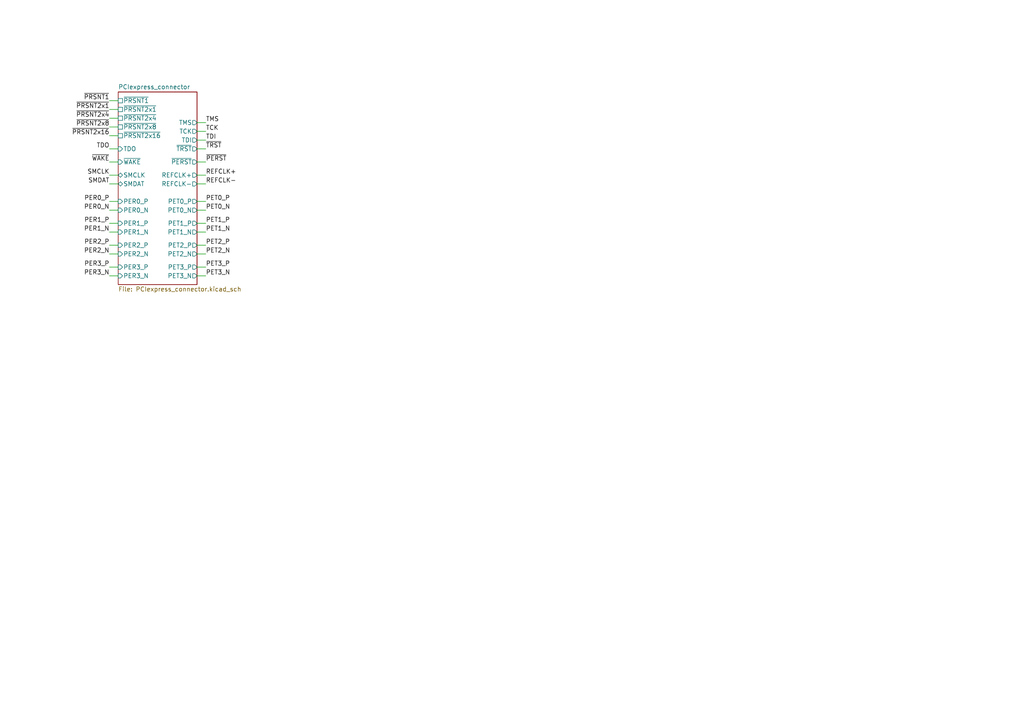
<source format=kicad_sch>
(kicad_sch
	(version 20250114)
	(generator "eeschema")
	(generator_version "9.0")
	(uuid "b1aa2a0c-f427-4789-8d8c-79113e4e0c38")
	(paper "A4")
	(title_block
		(title "PCIexpress_x4_half")
		(company "Author: Luca Anastasio")
	)
	(lib_symbols)
	(wire
		(pts
			(xy 31.75 64.77) (xy 34.29 64.77)
		)
		(stroke
			(width 0)
			(type default)
		)
		(uuid "01bc01c8-6b7d-43cc-8b8c-2ae4871a5f8c")
	)
	(wire
		(pts
			(xy 57.15 58.42) (xy 59.69 58.42)
		)
		(stroke
			(width 0)
			(type default)
		)
		(uuid "05f69fa1-371a-4182-a638-2e4c86360c1e")
	)
	(wire
		(pts
			(xy 57.15 40.64) (xy 59.69 40.64)
		)
		(stroke
			(width 0)
			(type default)
		)
		(uuid "13ce491d-9626-474f-b6b9-4884d1f4ce11")
	)
	(wire
		(pts
			(xy 57.15 38.1) (xy 59.69 38.1)
		)
		(stroke
			(width 0)
			(type default)
		)
		(uuid "1a1ae804-cb3c-4d3a-be61-584702041e19")
	)
	(wire
		(pts
			(xy 31.75 80.01) (xy 34.29 80.01)
		)
		(stroke
			(width 0)
			(type default)
		)
		(uuid "1e5c266d-b3fb-433e-b99b-71f396282d0f")
	)
	(wire
		(pts
			(xy 31.75 67.31) (xy 34.29 67.31)
		)
		(stroke
			(width 0)
			(type default)
		)
		(uuid "2c12a71e-48a5-439a-adcb-b3e6c114bfc5")
	)
	(wire
		(pts
			(xy 31.75 60.96) (xy 34.29 60.96)
		)
		(stroke
			(width 0)
			(type default)
		)
		(uuid "355b5cf0-38a0-4610-8c89-f1a7074b5785")
	)
	(wire
		(pts
			(xy 31.75 53.34) (xy 34.29 53.34)
		)
		(stroke
			(width 0)
			(type default)
		)
		(uuid "3b66af9a-5c79-4b14-9b60-f880294d9c3c")
	)
	(wire
		(pts
			(xy 57.15 53.34) (xy 59.69 53.34)
		)
		(stroke
			(width 0)
			(type default)
		)
		(uuid "3e3f6d9e-3226-4e59-afcb-607c53cc33f3")
	)
	(wire
		(pts
			(xy 57.15 71.12) (xy 59.69 71.12)
		)
		(stroke
			(width 0)
			(type default)
		)
		(uuid "3f7c4b5b-fbeb-4413-9928-be892e58c38a")
	)
	(wire
		(pts
			(xy 31.75 29.21) (xy 34.29 29.21)
		)
		(stroke
			(width 0)
			(type default)
		)
		(uuid "40f0dcfe-1141-4fd0-be57-c906e292a015")
	)
	(wire
		(pts
			(xy 57.15 77.47) (xy 59.69 77.47)
		)
		(stroke
			(width 0)
			(type default)
		)
		(uuid "4e492598-8b80-49c9-a016-7d1051921779")
	)
	(wire
		(pts
			(xy 57.15 60.96) (xy 59.69 60.96)
		)
		(stroke
			(width 0)
			(type default)
		)
		(uuid "6df9e615-9baf-419d-b585-fc998ebf481a")
	)
	(wire
		(pts
			(xy 57.15 67.31) (xy 59.69 67.31)
		)
		(stroke
			(width 0)
			(type default)
		)
		(uuid "75f701ce-e091-4435-b41d-bd99c5a78193")
	)
	(wire
		(pts
			(xy 31.75 36.83) (xy 34.29 36.83)
		)
		(stroke
			(width 0)
			(type default)
		)
		(uuid "75fbd62a-9f0b-47a5-9ccb-28b3d1ce5667")
	)
	(wire
		(pts
			(xy 57.15 64.77) (xy 59.69 64.77)
		)
		(stroke
			(width 0)
			(type default)
		)
		(uuid "7bae2447-5ab7-4057-8ea0-51935a3b8318")
	)
	(wire
		(pts
			(xy 31.75 34.29) (xy 34.29 34.29)
		)
		(stroke
			(width 0)
			(type default)
		)
		(uuid "7eecc5bf-927f-46f8-9e7c-f1ec514da36d")
	)
	(wire
		(pts
			(xy 31.75 39.37) (xy 34.29 39.37)
		)
		(stroke
			(width 0)
			(type default)
		)
		(uuid "82a0f411-a8e9-4114-9e52-cc6eb5eadaeb")
	)
	(wire
		(pts
			(xy 57.15 50.8) (xy 59.69 50.8)
		)
		(stroke
			(width 0)
			(type default)
		)
		(uuid "88bf7ea0-4f87-4e66-a8fd-14fbda2d4262")
	)
	(wire
		(pts
			(xy 57.15 80.01) (xy 59.69 80.01)
		)
		(stroke
			(width 0)
			(type default)
		)
		(uuid "8b292a2d-308e-4361-91a7-93b08c955133")
	)
	(wire
		(pts
			(xy 31.75 77.47) (xy 34.29 77.47)
		)
		(stroke
			(width 0)
			(type default)
		)
		(uuid "93788c15-c5ed-4b04-878b-3602c2debc0b")
	)
	(wire
		(pts
			(xy 31.75 46.99) (xy 34.29 46.99)
		)
		(stroke
			(width 0)
			(type default)
		)
		(uuid "a3d9c980-ad73-473d-b579-86c6257f7eb0")
	)
	(wire
		(pts
			(xy 31.75 73.66) (xy 34.29 73.66)
		)
		(stroke
			(width 0)
			(type default)
		)
		(uuid "a89c86bc-2a05-4011-a17d-e5cd956fdbc5")
	)
	(wire
		(pts
			(xy 57.15 46.99) (xy 59.69 46.99)
		)
		(stroke
			(width 0)
			(type default)
		)
		(uuid "bb8f394a-75c2-4de9-8a7d-7f983ecbda8e")
	)
	(wire
		(pts
			(xy 31.75 43.18) (xy 34.29 43.18)
		)
		(stroke
			(width 0)
			(type default)
		)
		(uuid "bc02788a-de09-48cd-a6f7-cab6603e14b9")
	)
	(wire
		(pts
			(xy 31.75 71.12) (xy 34.29 71.12)
		)
		(stroke
			(width 0)
			(type default)
		)
		(uuid "c6e3ebb3-6979-4375-8418-671ae4b4ae26")
	)
	(wire
		(pts
			(xy 57.15 73.66) (xy 59.69 73.66)
		)
		(stroke
			(width 0)
			(type default)
		)
		(uuid "cf72c368-6c25-43d6-a069-cdc9f6e55740")
	)
	(wire
		(pts
			(xy 57.15 35.56) (xy 59.69 35.56)
		)
		(stroke
			(width 0)
			(type default)
		)
		(uuid "e6ce9aca-b462-4672-be7c-3d850481879f")
	)
	(wire
		(pts
			(xy 31.75 31.75) (xy 34.29 31.75)
		)
		(stroke
			(width 0)
			(type default)
		)
		(uuid "ebc25907-0a97-4138-8f74-f5d43c01e7f9")
	)
	(wire
		(pts
			(xy 57.15 43.18) (xy 59.69 43.18)
		)
		(stroke
			(width 0)
			(type default)
		)
		(uuid "ebeebd57-33d1-43cf-aa74-6520c9bee04b")
	)
	(wire
		(pts
			(xy 31.75 50.8) (xy 34.29 50.8)
		)
		(stroke
			(width 0)
			(type default)
		)
		(uuid "ecbbaa0e-22d3-4e5e-9d3b-bce0423c9ffc")
	)
	(wire
		(pts
			(xy 31.75 58.42) (xy 34.29 58.42)
		)
		(stroke
			(width 0)
			(type default)
		)
		(uuid "f8e35cef-b8de-44bf-a7e4-778c2382ddca")
	)
	(label "PER2_P"
		(at 31.75 71.12 180)
		(effects
			(font
				(size 1.27 1.27)
			)
			(justify right bottom)
		)
		(uuid "1a864066-16d5-4ca2-8594-b905b29fb2d8")
	)
	(label "PER0_P"
		(at 31.75 58.42 180)
		(effects
			(font
				(size 1.27 1.27)
			)
			(justify right bottom)
		)
		(uuid "1f55950c-c9fe-4225-aa55-d909e8c72c34")
	)
	(label "REFCLK-"
		(at 59.69 53.34 0)
		(effects
			(font
				(size 1.27 1.27)
			)
			(justify left bottom)
		)
		(uuid "34151045-efcb-4455-9e9a-818abc34e1e0")
	)
	(label "PET0_P"
		(at 59.69 58.42 0)
		(effects
			(font
				(size 1.27 1.27)
			)
			(justify left bottom)
		)
		(uuid "3a632273-a630-48c6-a2ef-608f5465de98")
	)
	(label "PET1_N"
		(at 59.69 67.31 0)
		(effects
			(font
				(size 1.27 1.27)
			)
			(justify left bottom)
		)
		(uuid "3e15b709-30d7-408f-84a1-e0fe0ca6f77c")
	)
	(label "PET2_N"
		(at 59.69 73.66 0)
		(effects
			(font
				(size 1.27 1.27)
			)
			(justify left bottom)
		)
		(uuid "3fe6c6e8-7c0e-4e6b-9513-7452ab32743d")
	)
	(label "~{WAKE}"
		(at 31.75 46.99 180)
		(effects
			(font
				(size 1.27 1.27)
			)
			(justify right bottom)
		)
		(uuid "41a19306-af69-4074-808b-9e0883bff524")
	)
	(label "PET1_P"
		(at 59.69 64.77 0)
		(effects
			(font
				(size 1.27 1.27)
			)
			(justify left bottom)
		)
		(uuid "4b171f2e-d346-452f-9a86-af77134227c7")
	)
	(label "PER3_N"
		(at 31.75 80.01 180)
		(effects
			(font
				(size 1.27 1.27)
			)
			(justify right bottom)
		)
		(uuid "5f3ad790-1774-42c0-a7cd-bc49c5bff722")
	)
	(label "TDO"
		(at 31.75 43.18 180)
		(effects
			(font
				(size 1.27 1.27)
			)
			(justify right bottom)
		)
		(uuid "63914d79-b92f-4ebe-9da2-be14ecc412fd")
	)
	(label "PET3_P"
		(at 59.69 77.47 0)
		(effects
			(font
				(size 1.27 1.27)
			)
			(justify left bottom)
		)
		(uuid "69c6dc3a-9f01-418b-9139-3b07d74dcc34")
	)
	(label "~{PRSNT2x16}"
		(at 31.75 39.37 180)
		(effects
			(font
				(size 1.27 1.27)
			)
			(justify right bottom)
		)
		(uuid "716828bd-1ed6-463b-b12c-59f93e00ec47")
	)
	(label "PET3_N"
		(at 59.69 80.01 0)
		(effects
			(font
				(size 1.27 1.27)
			)
			(justify left bottom)
		)
		(uuid "73c30e22-30a1-4be5-b7c6-da0b159caf58")
	)
	(label "TMS"
		(at 59.69 35.56 0)
		(effects
			(font
				(size 1.27 1.27)
			)
			(justify left bottom)
		)
		(uuid "742483e4-5cc2-4e77-b765-5370a0ca02b1")
	)
	(label "REFCLK+"
		(at 59.69 50.8 0)
		(effects
			(font
				(size 1.27 1.27)
			)
			(justify left bottom)
		)
		(uuid "79a965c3-263a-44eb-ae92-8113e26807cb")
	)
	(label "TCK"
		(at 59.69 38.1 0)
		(effects
			(font
				(size 1.27 1.27)
			)
			(justify left bottom)
		)
		(uuid "7d7badec-a775-470f-968c-1da428d5862e")
	)
	(label "TDI"
		(at 59.69 40.64 0)
		(effects
			(font
				(size 1.27 1.27)
			)
			(justify left bottom)
		)
		(uuid "8894960f-a71d-4098-93b5-b5c5745693e3")
	)
	(label "PER0_N"
		(at 31.75 60.96 180)
		(effects
			(font
				(size 1.27 1.27)
			)
			(justify right bottom)
		)
		(uuid "9bf2a1b3-3e92-4bda-8cad-916c99acbf58")
	)
	(label "PER2_N"
		(at 31.75 73.66 180)
		(effects
			(font
				(size 1.27 1.27)
			)
			(justify right bottom)
		)
		(uuid "a60b30a4-adbd-49cf-9862-629c8042817b")
	)
	(label "~{PERST}"
		(at 59.69 46.99 0)
		(effects
			(font
				(size 1.27 1.27)
			)
			(justify left bottom)
		)
		(uuid "a685aecf-1b4a-46c8-a91d-e366a15c781b")
	)
	(label "~{PRSNT2x8}"
		(at 31.75 36.83 180)
		(effects
			(font
				(size 1.27 1.27)
			)
			(justify right bottom)
		)
		(uuid "a89be590-6364-49b3-9760-ce0ea9df3be4")
	)
	(label "~{PRSNT1}"
		(at 31.75 29.21 180)
		(effects
			(font
				(size 1.27 1.27)
			)
			(justify right bottom)
		)
		(uuid "a9ad2879-7841-4c88-9d0c-b38ed5497f16")
	)
	(label "~{PRSNT2x4}"
		(at 31.75 34.29 180)
		(effects
			(font
				(size 1.27 1.27)
			)
			(justify right bottom)
		)
		(uuid "ac2f1fbb-5f87-4a4e-ba97-a8161bbd6523")
	)
	(label "PER1_N"
		(at 31.75 67.31 180)
		(effects
			(font
				(size 1.27 1.27)
			)
			(justify right bottom)
		)
		(uuid "ba64854a-3c3a-4640-8b87-75c30f6b04f9")
	)
	(label "~{PRSNT2x1}"
		(at 31.75 31.75 180)
		(effects
			(font
				(size 1.27 1.27)
			)
			(justify right bottom)
		)
		(uuid "bbc2c303-479c-4586-911a-bef786252616")
	)
	(label "PET0_N"
		(at 59.69 60.96 0)
		(effects
			(font
				(size 1.27 1.27)
			)
			(justify left bottom)
		)
		(uuid "bf040346-cac9-4768-933d-3fec523f67fa")
	)
	(label "~{TRST}"
		(at 59.69 43.18 0)
		(effects
			(font
				(size 1.27 1.27)
			)
			(justify left bottom)
		)
		(uuid "cb1f800c-4d66-481f-9b58-acad13d26920")
	)
	(label "PER3_P"
		(at 31.75 77.47 180)
		(effects
			(font
				(size 1.27 1.27)
			)
			(justify right bottom)
		)
		(uuid "cb5edc8a-89a3-4261-8a11-ed6e8082c25e")
	)
	(label "PET2_P"
		(at 59.69 71.12 0)
		(effects
			(font
				(size 1.27 1.27)
			)
			(justify left bottom)
		)
		(uuid "d858784c-cef8-4367-90e8-1f4dfb3e5369")
	)
	(label "PER1_P"
		(at 31.75 64.77 180)
		(effects
			(font
				(size 1.27 1.27)
			)
			(justify right bottom)
		)
		(uuid "decab3c4-e8b3-46df-8780-44dd43a10335")
	)
	(label "SMCLK"
		(at 31.75 50.8 180)
		(effects
			(font
				(size 1.27 1.27)
			)
			(justify right bottom)
		)
		(uuid "f3913bc5-d03a-470e-b935-2433576d4eef")
	)
	(label "SMDAT"
		(at 31.75 53.34 180)
		(effects
			(font
				(size 1.27 1.27)
			)
			(justify right bottom)
		)
		(uuid "fa7a3d2f-4b2a-499e-8690-8501b1bb84ce")
	)
	(sheet
		(at 34.29 26.67)
		(size 22.86 55.88)
		(exclude_from_sim no)
		(in_bom yes)
		(on_board yes)
		(dnp no)
		(fields_autoplaced yes)
		(stroke
			(width 0)
			(type solid)
		)
		(fill
			(color 0 0 0 0.0000)
		)
		(uuid "00000000-0000-0000-0000-00005d508b15")
		(property "Sheetname" "PCIexpress_connector"
			(at 34.29 25.9584 0)
			(effects
				(font
					(size 1.27 1.27)
				)
				(justify left bottom)
			)
		)
		(property "Sheetfile" "PCIexpress_connector.kicad_sch"
			(at 34.29 83.1346 0)
			(effects
				(font
					(size 1.27 1.27)
				)
				(justify left top)
			)
		)
		(pin "PET0_P" output
			(at 57.15 58.42 0)
			(uuid "9f9ca46d-556a-433c-81dd-d63e4ee15970")
			(effects
				(font
					(size 1.27 1.27)
				)
				(justify right)
			)
		)
		(pin "PET0_N" output
			(at 57.15 60.96 0)
			(uuid "739d1c26-a590-4ef9-8cea-20386dc41915")
			(effects
				(font
					(size 1.27 1.27)
				)
				(justify right)
			)
		)
		(pin "REFCLK+" output
			(at 57.15 50.8 0)
			(uuid "07645665-1d3f-4325-b8a5-d7b06fe7286e")
			(effects
				(font
					(size 1.27 1.27)
				)
				(justify right)
			)
		)
		(pin "REFCLK-" output
			(at 57.15 53.34 0)
			(uuid "8a6bf54f-7100-42d5-9f63-5fd8e96b306b")
			(effects
				(font
					(size 1.27 1.27)
				)
				(justify right)
			)
		)
		(pin "~{PRSNT2x16}" passive
			(at 34.29 39.37 180)
			(uuid "48bffc34-c9ec-467d-afaf-f9c0811ed00b")
			(effects
				(font
					(size 1.27 1.27)
				)
				(justify left)
			)
		)
		(pin "TDO" input
			(at 34.29 43.18 180)
			(uuid "99d6d064-400f-444e-86ee-c25f77997089")
			(effects
				(font
					(size 1.27 1.27)
				)
				(justify left)
			)
		)
		(pin "TMS" output
			(at 57.15 35.56 0)
			(uuid "16a5b607-533b-4e0c-8d75-d5f4978a0950")
			(effects
				(font
					(size 1.27 1.27)
				)
				(justify right)
			)
		)
		(pin "TDI" output
			(at 57.15 40.64 0)
			(uuid "5c99064c-88e1-4947-90e6-a527f9d7b8ac")
			(effects
				(font
					(size 1.27 1.27)
				)
				(justify right)
			)
		)
		(pin "TCK" output
			(at 57.15 38.1 0)
			(uuid "cc2ca74f-6fda-4706-b0f1-c933a2f95757")
			(effects
				(font
					(size 1.27 1.27)
				)
				(justify right)
			)
		)
		(pin "PET1_P" output
			(at 57.15 64.77 0)
			(uuid "aec4ce8b-9ca3-4e4b-a6bf-6d2bff24589c")
			(effects
				(font
					(size 1.27 1.27)
				)
				(justify right)
			)
		)
		(pin "PET1_N" output
			(at 57.15 67.31 0)
			(uuid "0c837130-b48e-4fa6-9f30-823430dc80fd")
			(effects
				(font
					(size 1.27 1.27)
				)
				(justify right)
			)
		)
		(pin "PET2_P" output
			(at 57.15 71.12 0)
			(uuid "8f4ae9f9-86ba-47fa-9f09-979b4b30f19b")
			(effects
				(font
					(size 1.27 1.27)
				)
				(justify right)
			)
		)
		(pin "PET2_N" output
			(at 57.15 73.66 0)
			(uuid "163082ae-a33a-4112-ad26-d66ae38e2df2")
			(effects
				(font
					(size 1.27 1.27)
				)
				(justify right)
			)
		)
		(pin "PET3_P" output
			(at 57.15 77.47 0)
			(uuid "05bbaf6a-6692-40d0-919e-be0ff81eb8a4")
			(effects
				(font
					(size 1.27 1.27)
				)
				(justify right)
			)
		)
		(pin "PET3_N" output
			(at 57.15 80.01 0)
			(uuid "7fe875f5-0051-4536-b4a4-69b11b94cdb4")
			(effects
				(font
					(size 1.27 1.27)
				)
				(justify right)
			)
		)
		(pin "PER1_P" input
			(at 34.29 64.77 180)
			(uuid "2b28ac1f-fb63-4d7a-9dda-58a074dc3448")
			(effects
				(font
					(size 1.27 1.27)
				)
				(justify left)
			)
		)
		(pin "PER1_N" input
			(at 34.29 67.31 180)
			(uuid "55310f73-3b40-4438-8ee7-18efd1830428")
			(effects
				(font
					(size 1.27 1.27)
				)
				(justify left)
			)
		)
		(pin "PER2_P" input
			(at 34.29 71.12 180)
			(uuid "1af8fb81-3d6f-4f96-b94f-45dc9e11f845")
			(effects
				(font
					(size 1.27 1.27)
				)
				(justify left)
			)
		)
		(pin "PER2_N" input
			(at 34.29 73.66 180)
			(uuid "6987f004-6ece-4051-9de1-fd2e7ea3f51c")
			(effects
				(font
					(size 1.27 1.27)
				)
				(justify left)
			)
		)
		(pin "PER3_P" input
			(at 34.29 77.47 180)
			(uuid "2e245c75-670e-4ef1-8987-3134200122e4")
			(effects
				(font
					(size 1.27 1.27)
				)
				(justify left)
			)
		)
		(pin "PER3_N" input
			(at 34.29 80.01 180)
			(uuid "5a565e04-6a76-43bc-9c4d-5ad1451f36ba")
			(effects
				(font
					(size 1.27 1.27)
				)
				(justify left)
			)
		)
		(pin "~{WAKE}" input
			(at 34.29 46.99 180)
			(uuid "66d7e895-bc0b-42a0-b0ef-0d40d70b3e22")
			(effects
				(font
					(size 1.27 1.27)
				)
				(justify left)
			)
		)
		(pin "~{TRST}" output
			(at 57.15 43.18 0)
			(uuid "3882bcdd-11eb-415d-b849-5fb83b10caec")
			(effects
				(font
					(size 1.27 1.27)
				)
				(justify right)
			)
		)
		(pin "SMCLK" bidirectional
			(at 34.29 50.8 180)
			(uuid "d53cda31-830e-4d67-9e98-6e78741f798f")
			(effects
				(font
					(size 1.27 1.27)
				)
				(justify left)
			)
		)
		(pin "SMDAT" bidirectional
			(at 34.29 53.34 180)
			(uuid "89724666-c73e-4d9d-8f22-dbbd31e6b6c8")
			(effects
				(font
					(size 1.27 1.27)
				)
				(justify left)
			)
		)
		(pin "~{PERST}" output
			(at 57.15 46.99 0)
			(uuid "0ab36446-5eec-4840-aaa7-0843924438d7")
			(effects
				(font
					(size 1.27 1.27)
				)
				(justify right)
			)
		)
		(pin "~{PRSNT1}" passive
			(at 34.29 29.21 180)
			(uuid "607121a5-dab9-4d97-b2f9-563321700741")
			(effects
				(font
					(size 1.27 1.27)
				)
				(justify left)
			)
		)
		(pin "~{PRSNT2x8}" passive
			(at 34.29 36.83 180)
			(uuid "053c7b75-190d-445f-8db0-d4f25c29f679")
			(effects
				(font
					(size 1.27 1.27)
				)
				(justify left)
			)
		)
		(pin "~{PRSNT2x4}" passive
			(at 34.29 34.29 180)
			(uuid "9ff1a49b-f1f4-4ef7-bd35-aa489bb24f55")
			(effects
				(font
					(size 1.27 1.27)
				)
				(justify left)
			)
		)
		(pin "~{PRSNT2x1}" passive
			(at 34.29 31.75 180)
			(uuid "a8273ea7-7d25-44c1-bdf9-04c940880de8")
			(effects
				(font
					(size 1.27 1.27)
				)
				(justify left)
			)
		)
		(pin "PER0_N" input
			(at 34.29 60.96 180)
			(uuid "441d65d4-286d-4b5a-a631-ad7ec20aecfe")
			(effects
				(font
					(size 1.27 1.27)
				)
				(justify left)
			)
		)
		(pin "PER0_P" input
			(at 34.29 58.42 180)
			(uuid "d1775348-790b-4775-ad7f-7a42c73a461a")
			(effects
				(font
					(size 1.27 1.27)
				)
				(justify left)
			)
		)
		(instances
			(project "PCIexpress_x4_half"
				(path "/b1aa2a0c-f427-4789-8d8c-79113e4e0c38"
					(page "2")
				)
			)
		)
	)
	(sheet_instances
		(path "/"
			(page "1")
		)
	)
	(embedded_fonts no)
)

</source>
